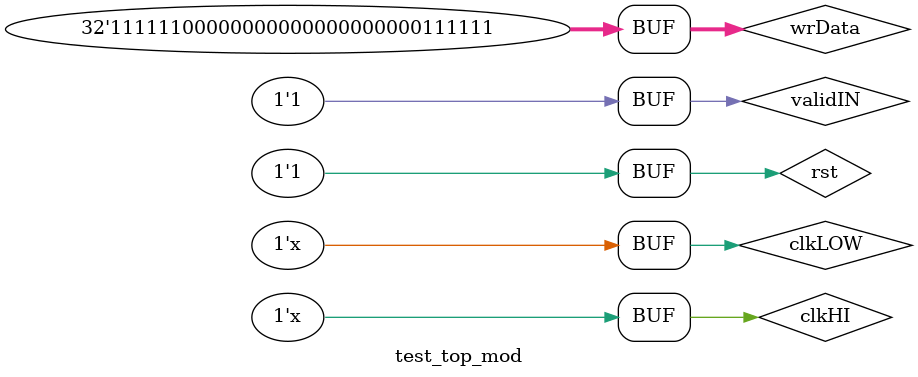
<source format=v>
`timescale 1ns / 1ps


module test_top_mod;

	// Inputs
	reg clkHI;
	reg rst;
	reg clkLOW;
	reg validIN;
	reg [31:0] wrData;
	

	// Outputs
	wire FULL,AFULL;
	wire [31:0] out;
	wire [31:0] nextpc;
	wire [31:0] muxpc0;
	wire [31:0] instout;
	wire [31:0] instinid;
	wire [31:0] pcad;
	wire [31:0] npcoifid;
	wire [4:0] ir5bitmemwb;
	wire [31:0] wbd;
	wire [31:0] rd1out;
	wire [31:0] rd2out;
	wire [31:0] signextout;
	wire [31:0] npcoidex;
	wire [31:0] r1inex;
	wire [31:0] r2inex;
	wire [31:0] signinex;
	wire [4:0] ins2016ex;
	wire [4:0] ins1511ex;
	wire [31:0] addoutex;
	wire [2:0] aluctrl;
	wire [31:0] inpalu2;
	wire [31:0] aluout;
	wire [4:0] wrregaddout;
	wire [31:0] npcoexmem;
	wire [31:0] reg2inmem;
	wire [4:0] wregaddinmem;
	wire [31:0] aluoutinmem;
	wire [31:0] rddatout;
	wire [31:0] rddatinwb;
	wire [31:0] aluoutinwb;
	wire regwro;
	wire memrego;
	wire bro;
	wire memwro;
	wire memrdo;
	wire aluop1o;
	wire aluop2o; 
	wire alusrco;
	wire regdsto;
	wire memwrinmem;
	wire memrdinmem;
	wire VALIDout;
	
	parameter NOOP = 32'b111111_00000_00000_00000_00000_111111;
	// Instantiate the Unit Under Test (UUT)
	top_mod uut (
		.clkHI(clkHI),
		.clkLOW(clkLOW),
		.VALIDout(VALIDout),
		.FULL(FULL),
		.AFULL(AFULL),
		.wrData(wrData),
		.validIN(validIN),
		.rst(rst), 
		.out(out), 
		.nextpc(nextpc), 
		.muxpc0(muxpc0), 
		.instout(instout), 
		.instinid(instinid), 
		.pcad(pcad), 
		.npcoifid(npcoifid), 
		.ir5bitmemwb(ir5bitmemwb), 
		.wbd(wbd), 
		.rd1out(rd1out), 
		.rd2out(rd2out), 
		.signextout(signextout), 
		.npcoidex(npcoidex), 
		.r1inex(r1inex), 
		.r2inex(r2inex), 
		.signinex(signinex), 
		.ins2016ex(ins2016ex), 
		.ins1511ex(ins1511ex), 
		.addoutex(addoutex), 
		.aluctrl(aluctrl), 
		.inpalu2(inpalu2), 
		.aluout(aluout), 
		.wrregaddout(wrregaddout), 
		.npcoexmem(npcoexmem), 
		.reg2inmem(reg2inmem), 
		.wregaddinmem(wregaddinmem), 
		.aluoutinmem(aluoutinmem), 
		.rddatout(rddatout), 
		.rddatinwb(rddatinwb), 
		.aluoutinwb(aluoutinwb),
		.regwro(regwro),
		.memrego(memrego),
		.bro(bro),
		.memwro(memwro),
		.memrdo(memrdo),
		.aluop1o(aluop1o),
		.aluop2o(aluop2o), 
		.alusrco(alusrco),
		.regdsto(regdsto),
		.memwrinmem(memwrinmem),
		.memrdinmem(memrdinmem)
	);
always
	begin
		#5 clkHI = ~clkHI;
		//#5 clkLOW = ~clkLOW;
	end
always 
  begin
    #10 clkLOW = ~clkLOW;
end
	
	initial
		begin
			clkHI = 0; clkLOW = 0; rst = 1; validIN = 0; 
			#5 rst = 0;
			#40
			#3 rst = 1;
			#2 wrData = 32'b101100_11111_00001_0000000000000001; validIN = 1; //MVI,R(1),16BIT VALUE (R32 IS THE ALL ZERO REGISTER
			#20 wrData = 32'b101100_11111_00011_0000000000000010; //MVI R(3), 16BIT VALUE
			#20 wrData = 32'b101100_11111_00101_0000000000000011; //MVI R(5), 16BIT VALUE
			#20 wrData = 32'b101100_11111_00100_0000000000000011; //MVI R(4), 16BIT VALUE
			#20 wrData = 32'b101100_11111_01100_0000000000000000; //MVI R(6), 16BIT VALUE	
			#20 wrData = 32'b101011_00011_00011_0000000000001000; //SW mem[R[3]+OFFSET] = R[1}			
			#20 wrData = NOOP;
			#20 wrData = NOOP;
			#20 wrData = 32'b000111_00001_00011_0000000000000001; // BNZ
			#20 wrData = 32'b000001_00100_00011_00001_00000_100000;//ADD R(1), R(3), R(4)
			#20 wrData = 32'b000001_00001_00101_00010_00000_100000;//ADD R(2), R(5), R(1)
			#20 wrData = 32'b000001_00010_00001_00111_00000_100000;//ADD R(7), R(1), R(2)
			//#20 wrData = 32'b000001_00001_00011_00100_00000_001000; //NAND R(1), R(3), R(4)
			//#20 wrData = 32'b000001_00100_00101_00100_00000_100000; //ADD R(4), R(5), R(4)
            #20 wrData = NOOP;
			#20 wrData = NOOP;
			#20 wrData = 32'b100011_00011_00011_0000000000001000; //LW mem[R[3]+OFFSET] = R[1]
			//#20 wrData = 32'b000111_01100_00001_0000000000000001; // BNZ
			#20 wrData = NOOP;
			/*
			//#20
			//#20 wrData = 32'b000001_00001_00011_00100_00000_100000;
			#20 wrData = 32'b000001_00100_00001_00101_00000_100000;//ADD R(4), R(1), R(5)
			#20 wrData = 32'b000001_00001_00011_00010_00000_001000; //NAND R(1), R(3), R(2) I CHANGED THE R TYPE FUNCTION TO 000001, I GUESS :P CHECK
			#20 wrData = 32'b101011_00011_00001_0000000000001000; //SW mem[R[3]+OFFSET] = R[1}
			#20 wrData = 32'b100011_00011_01001_0000000000001000; //LW mem[R[3]+OFFSET] = R[9]
			#20 wrData = 32'b000111_00001_00011_0000000000000010;//BNZ I DIDNT CHECK.. YOU CHECK THE INST AND THE SIMULATION
			#20 wrData = 32'hFC00003F; 
			#20 wrData = 32'hFC00003F;
			#20 wrData = 32'h50505050; validIN =0;
			#20 wrData = 32'h95959595;
			#20 wrData = 32'hA0A0A0A0;
			/* #20 wrData = 32'hD7D7D7D7;
			#20 wrData = 32'hE9E9E9E9;
			#20 wrData = 32'hD5D5D5D5;
			#20 wrData = 32'h1F1F1F1F;
			#20
			#20
			#20
			#20
			#20
			#5 rst=0; 
			#20 
			#3 rst =1;
			#2 wrData = 32'b101011_00011_00001_0000000000001000; validIN = 1;//SW mem[R[3]+OFFSET] = R[1}
			#20 wrData = 32'b100011_00011_01001_0000000000001000; //LW mem[R[3]+OFFSET] = R[9]
			#20 wrData = 32'b000111_00011_01001_0000000000001000;//BNZ I DIDNT CHECK.. YOU CHECK THE INST AND THE SIMULATION
			#20	wrData = 32'b101100_11111_00001_1010101010101010; validIN = 1; //MVI,R(1),16BIT VALUE (R32 IS THE ALL ZERO REGISTER
			#20 wrData = 32'b101100_11111_00011_0000000000000010; //MVI R(3), 16BIT VALUE
			#20 wrData = 32'b000001_00001_00011_00010_00000_001000; //NAND R(1), R(3), R(2) I CHANGED THE R TYPE FUNCTION TO 000001, I GUESS :P CHECK
			#20 wrData = 32'hFC00003F; 
			#20 wrData = 32'hFC00003F;
			#20  validIN =0; */
			//#20 wrData = 32'hA1A1A1A1; BAddr = 3; PCsrc = 1;
			end
      
endmodule


</source>
